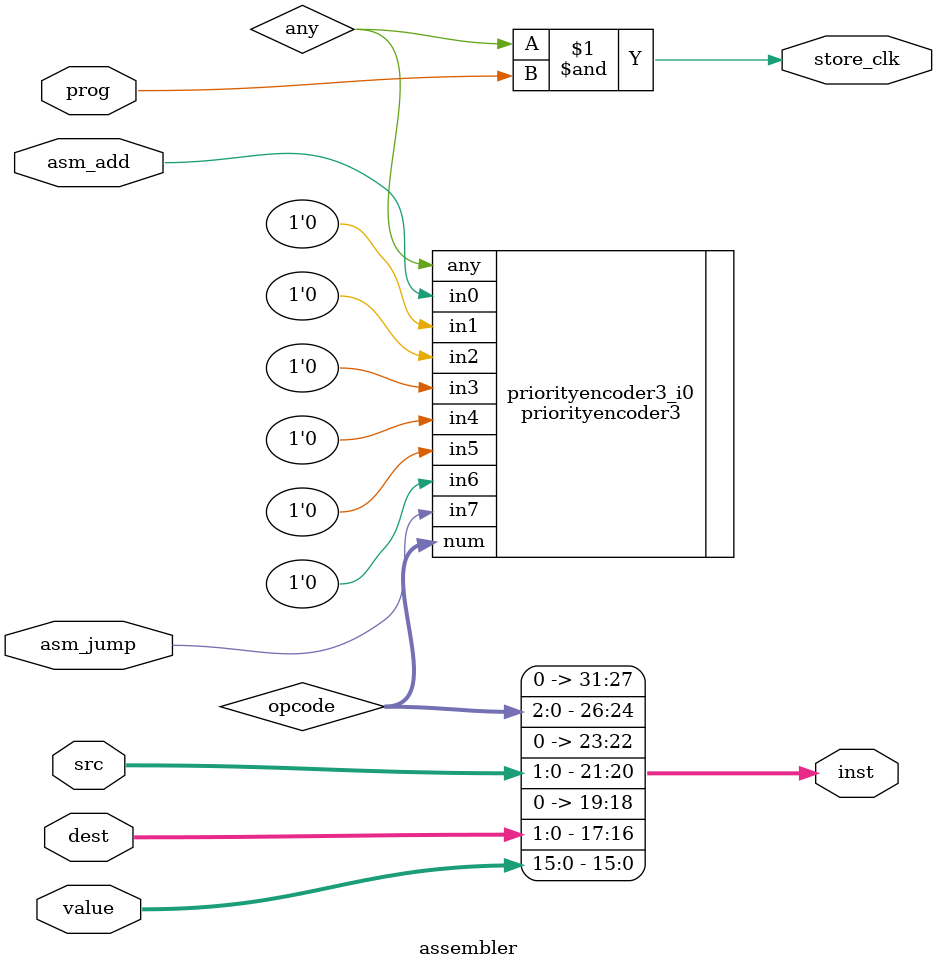
<source format=v>
module assembler (
  input prog,
  input [15:0] value,
  input [1:0] dest,
  input [1:0] src,
  input asm_add,
  input asm_jump,
  output [31:0] inst,
  output store_clk
);
  wire [2:0] opcode;
  wire any;
  priorityencoder3 priorityencoder3_i0 (
    .in0( asm_add ),
    .in1( 1'b0 ),
    .in2( 1'b0 ),
    .in3( 1'b0 ),
    .in4( 1'b0 ),
    .in5( 1'b0 ),
    .in6( 1'b0 ),
    .in7( asm_jump ),
    .num( opcode ),
    .any( any )               // any sgn--> avoid zero confusion
  );
  assign inst[15:0] = value;
  assign inst[17:16] = dest;
  assign inst[19:18] = 2'b0;
  assign inst[21:20] = src;
  assign inst[23:22] = 2'b0;
  assign inst[26:24] = opcode;
  assign inst[31:27] = 5'b0;
  assign store_clk = (any & prog);
endmodule

</source>
